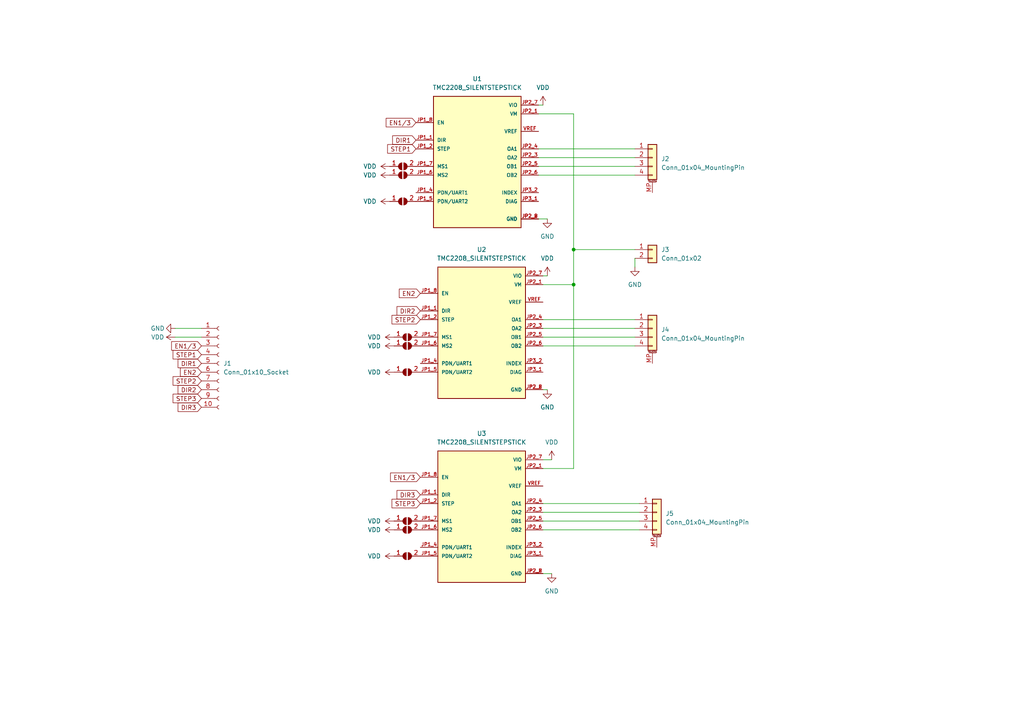
<source format=kicad_sch>
(kicad_sch (version 20230121) (generator eeschema)

  (uuid 9e99daaf-2ee6-4c8c-ac8a-541b8583b5cc)

  (paper "A4")

  (lib_symbols
    (symbol "Connector:Conn_01x10_Socket" (pin_names (offset 1.016) hide) (in_bom yes) (on_board yes)
      (property "Reference" "J" (at 0 12.7 0)
        (effects (font (size 1.27 1.27)))
      )
      (property "Value" "Conn_01x10_Socket" (at 0 -15.24 0)
        (effects (font (size 1.27 1.27)))
      )
      (property "Footprint" "" (at 0 0 0)
        (effects (font (size 1.27 1.27)) hide)
      )
      (property "Datasheet" "~" (at 0 0 0)
        (effects (font (size 1.27 1.27)) hide)
      )
      (property "ki_locked" "" (at 0 0 0)
        (effects (font (size 1.27 1.27)))
      )
      (property "ki_keywords" "connector" (at 0 0 0)
        (effects (font (size 1.27 1.27)) hide)
      )
      (property "ki_description" "Generic connector, single row, 01x10, script generated" (at 0 0 0)
        (effects (font (size 1.27 1.27)) hide)
      )
      (property "ki_fp_filters" "Connector*:*_1x??_*" (at 0 0 0)
        (effects (font (size 1.27 1.27)) hide)
      )
      (symbol "Conn_01x10_Socket_1_1"
        (arc (start 0 -12.192) (mid -0.5058 -12.7) (end 0 -13.208)
          (stroke (width 0.1524) (type default))
          (fill (type none))
        )
        (arc (start 0 -9.652) (mid -0.5058 -10.16) (end 0 -10.668)
          (stroke (width 0.1524) (type default))
          (fill (type none))
        )
        (arc (start 0 -7.112) (mid -0.5058 -7.62) (end 0 -8.128)
          (stroke (width 0.1524) (type default))
          (fill (type none))
        )
        (arc (start 0 -4.572) (mid -0.5058 -5.08) (end 0 -5.588)
          (stroke (width 0.1524) (type default))
          (fill (type none))
        )
        (arc (start 0 -2.032) (mid -0.5058 -2.54) (end 0 -3.048)
          (stroke (width 0.1524) (type default))
          (fill (type none))
        )
        (polyline
          (pts
            (xy -1.27 -12.7)
            (xy -0.508 -12.7)
          )
          (stroke (width 0.1524) (type default))
          (fill (type none))
        )
        (polyline
          (pts
            (xy -1.27 -10.16)
            (xy -0.508 -10.16)
          )
          (stroke (width 0.1524) (type default))
          (fill (type none))
        )
        (polyline
          (pts
            (xy -1.27 -7.62)
            (xy -0.508 -7.62)
          )
          (stroke (width 0.1524) (type default))
          (fill (type none))
        )
        (polyline
          (pts
            (xy -1.27 -5.08)
            (xy -0.508 -5.08)
          )
          (stroke (width 0.1524) (type default))
          (fill (type none))
        )
        (polyline
          (pts
            (xy -1.27 -2.54)
            (xy -0.508 -2.54)
          )
          (stroke (width 0.1524) (type default))
          (fill (type none))
        )
        (polyline
          (pts
            (xy -1.27 0)
            (xy -0.508 0)
          )
          (stroke (width 0.1524) (type default))
          (fill (type none))
        )
        (polyline
          (pts
            (xy -1.27 2.54)
            (xy -0.508 2.54)
          )
          (stroke (width 0.1524) (type default))
          (fill (type none))
        )
        (polyline
          (pts
            (xy -1.27 5.08)
            (xy -0.508 5.08)
          )
          (stroke (width 0.1524) (type default))
          (fill (type none))
        )
        (polyline
          (pts
            (xy -1.27 7.62)
            (xy -0.508 7.62)
          )
          (stroke (width 0.1524) (type default))
          (fill (type none))
        )
        (polyline
          (pts
            (xy -1.27 10.16)
            (xy -0.508 10.16)
          )
          (stroke (width 0.1524) (type default))
          (fill (type none))
        )
        (arc (start 0 0.508) (mid -0.5058 0) (end 0 -0.508)
          (stroke (width 0.1524) (type default))
          (fill (type none))
        )
        (arc (start 0 3.048) (mid -0.5058 2.54) (end 0 2.032)
          (stroke (width 0.1524) (type default))
          (fill (type none))
        )
        (arc (start 0 5.588) (mid -0.5058 5.08) (end 0 4.572)
          (stroke (width 0.1524) (type default))
          (fill (type none))
        )
        (arc (start 0 8.128) (mid -0.5058 7.62) (end 0 7.112)
          (stroke (width 0.1524) (type default))
          (fill (type none))
        )
        (arc (start 0 10.668) (mid -0.5058 10.16) (end 0 9.652)
          (stroke (width 0.1524) (type default))
          (fill (type none))
        )
        (pin passive line (at -5.08 10.16 0) (length 3.81)
          (name "Pin_1" (effects (font (size 1.27 1.27))))
          (number "1" (effects (font (size 1.27 1.27))))
        )
        (pin passive line (at -5.08 -12.7 0) (length 3.81)
          (name "Pin_10" (effects (font (size 1.27 1.27))))
          (number "10" (effects (font (size 1.27 1.27))))
        )
        (pin passive line (at -5.08 7.62 0) (length 3.81)
          (name "Pin_2" (effects (font (size 1.27 1.27))))
          (number "2" (effects (font (size 1.27 1.27))))
        )
        (pin passive line (at -5.08 5.08 0) (length 3.81)
          (name "Pin_3" (effects (font (size 1.27 1.27))))
          (number "3" (effects (font (size 1.27 1.27))))
        )
        (pin passive line (at -5.08 2.54 0) (length 3.81)
          (name "Pin_4" (effects (font (size 1.27 1.27))))
          (number "4" (effects (font (size 1.27 1.27))))
        )
        (pin passive line (at -5.08 0 0) (length 3.81)
          (name "Pin_5" (effects (font (size 1.27 1.27))))
          (number "5" (effects (font (size 1.27 1.27))))
        )
        (pin passive line (at -5.08 -2.54 0) (length 3.81)
          (name "Pin_6" (effects (font (size 1.27 1.27))))
          (number "6" (effects (font (size 1.27 1.27))))
        )
        (pin passive line (at -5.08 -5.08 0) (length 3.81)
          (name "Pin_7" (effects (font (size 1.27 1.27))))
          (number "7" (effects (font (size 1.27 1.27))))
        )
        (pin passive line (at -5.08 -7.62 0) (length 3.81)
          (name "Pin_8" (effects (font (size 1.27 1.27))))
          (number "8" (effects (font (size 1.27 1.27))))
        )
        (pin passive line (at -5.08 -10.16 0) (length 3.81)
          (name "Pin_9" (effects (font (size 1.27 1.27))))
          (number "9" (effects (font (size 1.27 1.27))))
        )
      )
    )
    (symbol "Connector_Generic:Conn_01x02" (pin_names (offset 1.016) hide) (in_bom yes) (on_board yes)
      (property "Reference" "J" (at 0 2.54 0)
        (effects (font (size 1.27 1.27)))
      )
      (property "Value" "Conn_01x02" (at 0 -5.08 0)
        (effects (font (size 1.27 1.27)))
      )
      (property "Footprint" "" (at 0 0 0)
        (effects (font (size 1.27 1.27)) hide)
      )
      (property "Datasheet" "~" (at 0 0 0)
        (effects (font (size 1.27 1.27)) hide)
      )
      (property "ki_keywords" "connector" (at 0 0 0)
        (effects (font (size 1.27 1.27)) hide)
      )
      (property "ki_description" "Generic connector, single row, 01x02, script generated (kicad-library-utils/schlib/autogen/connector/)" (at 0 0 0)
        (effects (font (size 1.27 1.27)) hide)
      )
      (property "ki_fp_filters" "Connector*:*_1x??_*" (at 0 0 0)
        (effects (font (size 1.27 1.27)) hide)
      )
      (symbol "Conn_01x02_1_1"
        (rectangle (start -1.27 -2.413) (end 0 -2.667)
          (stroke (width 0.1524) (type default))
          (fill (type none))
        )
        (rectangle (start -1.27 0.127) (end 0 -0.127)
          (stroke (width 0.1524) (type default))
          (fill (type none))
        )
        (rectangle (start -1.27 1.27) (end 1.27 -3.81)
          (stroke (width 0.254) (type default))
          (fill (type background))
        )
        (pin passive line (at -5.08 0 0) (length 3.81)
          (name "Pin_1" (effects (font (size 1.27 1.27))))
          (number "1" (effects (font (size 1.27 1.27))))
        )
        (pin passive line (at -5.08 -2.54 0) (length 3.81)
          (name "Pin_2" (effects (font (size 1.27 1.27))))
          (number "2" (effects (font (size 1.27 1.27))))
        )
      )
    )
    (symbol "Connector_Generic_MountingPin:Conn_01x04_MountingPin" (pin_names (offset 1.016) hide) (in_bom yes) (on_board yes)
      (property "Reference" "J" (at 0 5.08 0)
        (effects (font (size 1.27 1.27)))
      )
      (property "Value" "Conn_01x04_MountingPin" (at 1.27 -7.62 0)
        (effects (font (size 1.27 1.27)) (justify left))
      )
      (property "Footprint" "" (at 0 0 0)
        (effects (font (size 1.27 1.27)) hide)
      )
      (property "Datasheet" "~" (at 0 0 0)
        (effects (font (size 1.27 1.27)) hide)
      )
      (property "ki_keywords" "connector" (at 0 0 0)
        (effects (font (size 1.27 1.27)) hide)
      )
      (property "ki_description" "Generic connectable mounting pin connector, single row, 01x04, script generated (kicad-library-utils/schlib/autogen/connector/)" (at 0 0 0)
        (effects (font (size 1.27 1.27)) hide)
      )
      (property "ki_fp_filters" "Connector*:*_1x??-1MP*" (at 0 0 0)
        (effects (font (size 1.27 1.27)) hide)
      )
      (symbol "Conn_01x04_MountingPin_1_1"
        (rectangle (start -1.27 -4.953) (end 0 -5.207)
          (stroke (width 0.1524) (type default))
          (fill (type none))
        )
        (rectangle (start -1.27 -2.413) (end 0 -2.667)
          (stroke (width 0.1524) (type default))
          (fill (type none))
        )
        (rectangle (start -1.27 0.127) (end 0 -0.127)
          (stroke (width 0.1524) (type default))
          (fill (type none))
        )
        (rectangle (start -1.27 2.667) (end 0 2.413)
          (stroke (width 0.1524) (type default))
          (fill (type none))
        )
        (rectangle (start -1.27 3.81) (end 1.27 -6.35)
          (stroke (width 0.254) (type default))
          (fill (type background))
        )
        (polyline
          (pts
            (xy -1.016 -7.112)
            (xy 1.016 -7.112)
          )
          (stroke (width 0.1524) (type default))
          (fill (type none))
        )
        (text "Mounting" (at 0 -6.731 0)
          (effects (font (size 0.381 0.381)))
        )
        (pin passive line (at -5.08 2.54 0) (length 3.81)
          (name "Pin_1" (effects (font (size 1.27 1.27))))
          (number "1" (effects (font (size 1.27 1.27))))
        )
        (pin passive line (at -5.08 0 0) (length 3.81)
          (name "Pin_2" (effects (font (size 1.27 1.27))))
          (number "2" (effects (font (size 1.27 1.27))))
        )
        (pin passive line (at -5.08 -2.54 0) (length 3.81)
          (name "Pin_3" (effects (font (size 1.27 1.27))))
          (number "3" (effects (font (size 1.27 1.27))))
        )
        (pin passive line (at -5.08 -5.08 0) (length 3.81)
          (name "Pin_4" (effects (font (size 1.27 1.27))))
          (number "4" (effects (font (size 1.27 1.27))))
        )
        (pin passive line (at 0 -10.16 90) (length 3.048)
          (name "MountPin" (effects (font (size 1.27 1.27))))
          (number "MP" (effects (font (size 1.27 1.27))))
        )
      )
    )
    (symbol "Jumper:SolderJumper_2_Open" (pin_names (offset 0) hide) (in_bom yes) (on_board yes)
      (property "Reference" "JP" (at 0 2.032 0)
        (effects (font (size 1.27 1.27)))
      )
      (property "Value" "SolderJumper_2_Open" (at 0 -2.54 0)
        (effects (font (size 1.27 1.27)))
      )
      (property "Footprint" "" (at 0 0 0)
        (effects (font (size 1.27 1.27)) hide)
      )
      (property "Datasheet" "~" (at 0 0 0)
        (effects (font (size 1.27 1.27)) hide)
      )
      (property "ki_keywords" "solder jumper SPST" (at 0 0 0)
        (effects (font (size 1.27 1.27)) hide)
      )
      (property "ki_description" "Solder Jumper, 2-pole, open" (at 0 0 0)
        (effects (font (size 1.27 1.27)) hide)
      )
      (property "ki_fp_filters" "SolderJumper*Open*" (at 0 0 0)
        (effects (font (size 1.27 1.27)) hide)
      )
      (symbol "SolderJumper_2_Open_0_1"
        (arc (start -0.254 1.016) (mid -1.2656 0) (end -0.254 -1.016)
          (stroke (width 0) (type default))
          (fill (type none))
        )
        (arc (start -0.254 1.016) (mid -1.2656 0) (end -0.254 -1.016)
          (stroke (width 0) (type default))
          (fill (type outline))
        )
        (polyline
          (pts
            (xy -0.254 1.016)
            (xy -0.254 -1.016)
          )
          (stroke (width 0) (type default))
          (fill (type none))
        )
        (polyline
          (pts
            (xy 0.254 1.016)
            (xy 0.254 -1.016)
          )
          (stroke (width 0) (type default))
          (fill (type none))
        )
        (arc (start 0.254 -1.016) (mid 1.2656 0) (end 0.254 1.016)
          (stroke (width 0) (type default))
          (fill (type none))
        )
        (arc (start 0.254 -1.016) (mid 1.2656 0) (end 0.254 1.016)
          (stroke (width 0) (type default))
          (fill (type outline))
        )
      )
      (symbol "SolderJumper_2_Open_1_1"
        (pin passive line (at -3.81 0 0) (length 2.54)
          (name "A" (effects (font (size 1.27 1.27))))
          (number "1" (effects (font (size 1.27 1.27))))
        )
        (pin passive line (at 3.81 0 180) (length 2.54)
          (name "B" (effects (font (size 1.27 1.27))))
          (number "2" (effects (font (size 1.27 1.27))))
        )
      )
    )
    (symbol "TMC2208_SILENTSTEPSTICK:TMC2208_SILENTSTEPSTICK" (pin_names (offset 1.016)) (in_bom yes) (on_board yes)
      (property "Reference" "U" (at -12.7 19.05 0)
        (effects (font (size 1.27 1.27)) (justify left bottom))
      )
      (property "Value" "TMC2208_SILENTSTEPSTICK" (at -12.7 -22.86 0)
        (effects (font (size 1.27 1.27)) (justify left bottom))
      )
      (property "Footprint" "TMC2208_SILENTSTEPSTICK:MODULE_TMC2208_SILENTSTEPSTICK" (at 0 0 0)
        (effects (font (size 1.27 1.27)) (justify bottom) hide)
      )
      (property "Datasheet" "" (at 0 0 0)
        (effects (font (size 1.27 1.27)) hide)
      )
      (property "MF" "Trinamic Motion" (at 0 0 0)
        (effects (font (size 1.27 1.27)) (justify bottom) hide)
      )
      (property "Description" "\nTMC2208 Motor Controller/Driver, Stepper Power Management Evaluation Board\n" (at 0 0 0)
        (effects (font (size 1.27 1.27)) (justify bottom) hide)
      )
      (property "Package" "None" (at 0 0 0)
        (effects (font (size 1.27 1.27)) (justify bottom) hide)
      )
      (property "Price" "None" (at 0 0 0)
        (effects (font (size 1.27 1.27)) (justify bottom) hide)
      )
      (property "Check_prices" "https://www.snapeda.com/parts/TMC2208%20SILENTSTEPSTICK/Trinamic+Motion+Control+GmbH/view-part/?ref=eda" (at 0 0 0)
        (effects (font (size 1.27 1.27)) (justify bottom) hide)
      )
      (property "SnapEDA_Link" "https://www.snapeda.com/parts/TMC2208%20SILENTSTEPSTICK/Trinamic+Motion+Control+GmbH/view-part/?ref=snap" (at 0 0 0)
        (effects (font (size 1.27 1.27)) (justify bottom) hide)
      )
      (property "MP" "TMC2208 SILENTSTEPSTICK" (at 0 0 0)
        (effects (font (size 1.27 1.27)) (justify bottom) hide)
      )
      (property "Purchase-URL" "https://www.snapeda.com/api/url_track_click_mouser/?unipart_id=2125784&manufacturer=Trinamic Motion&part_name=TMC2208 SILENTSTEPSTICK&search_term=None" (at 0 0 0)
        (effects (font (size 1.27 1.27)) (justify bottom) hide)
      )
      (property "Availability" "In Stock" (at 0 0 0)
        (effects (font (size 1.27 1.27)) (justify bottom) hide)
      )
      (property "MANUFACTURER" "Trinamic Motion" (at 0 0 0)
        (effects (font (size 1.27 1.27)) (justify bottom) hide)
      )
      (symbol "TMC2208_SILENTSTEPSTICK_0_0"
        (rectangle (start -12.7 -20.32) (end 12.7 17.78)
          (stroke (width 0.254) (type default))
          (fill (type background))
        )
        (pin input line (at -17.78 5.08 0) (length 5.08)
          (name "DIR" (effects (font (size 1.016 1.016))))
          (number "JP1_1" (effects (font (size 1.016 1.016))))
        )
        (pin input line (at -17.78 2.54 0) (length 5.08)
          (name "STEP" (effects (font (size 1.016 1.016))))
          (number "JP1_2" (effects (font (size 1.016 1.016))))
        )
        (pin bidirectional line (at -17.78 -10.16 0) (length 5.08)
          (name "PDN/UART1" (effects (font (size 1.016 1.016))))
          (number "JP1_4" (effects (font (size 1.016 1.016))))
        )
        (pin bidirectional line (at -17.78 -12.7 0) (length 5.08)
          (name "PDN/UART2" (effects (font (size 1.016 1.016))))
          (number "JP1_5" (effects (font (size 1.016 1.016))))
        )
        (pin input line (at -17.78 -5.08 0) (length 5.08)
          (name "MS2" (effects (font (size 1.016 1.016))))
          (number "JP1_6" (effects (font (size 1.016 1.016))))
        )
        (pin input line (at -17.78 -2.54 0) (length 5.08)
          (name "MS1" (effects (font (size 1.016 1.016))))
          (number "JP1_7" (effects (font (size 1.016 1.016))))
        )
        (pin input line (at -17.78 10.16 0) (length 5.08)
          (name "EN" (effects (font (size 1.016 1.016))))
          (number "JP1_8" (effects (font (size 1.016 1.016))))
        )
        (pin power_in line (at 17.78 12.7 180) (length 5.08)
          (name "VM" (effects (font (size 1.016 1.016))))
          (number "JP2_1" (effects (font (size 1.016 1.016))))
        )
        (pin power_in line (at 17.78 -17.78 180) (length 5.08)
          (name "GND" (effects (font (size 1.016 1.016))))
          (number "JP2_2" (effects (font (size 1.016 1.016))))
        )
        (pin passive line (at 17.78 0 180) (length 5.08)
          (name "OA2" (effects (font (size 1.016 1.016))))
          (number "JP2_3" (effects (font (size 1.016 1.016))))
        )
        (pin passive line (at 17.78 2.54 180) (length 5.08)
          (name "OA1" (effects (font (size 1.016 1.016))))
          (number "JP2_4" (effects (font (size 1.016 1.016))))
        )
        (pin passive line (at 17.78 -2.54 180) (length 5.08)
          (name "OB1" (effects (font (size 1.016 1.016))))
          (number "JP2_5" (effects (font (size 1.016 1.016))))
        )
        (pin passive line (at 17.78 -5.08 180) (length 5.08)
          (name "OB2" (effects (font (size 1.016 1.016))))
          (number "JP2_6" (effects (font (size 1.016 1.016))))
        )
        (pin power_in line (at 17.78 15.24 180) (length 5.08)
          (name "VIO" (effects (font (size 1.016 1.016))))
          (number "JP2_7" (effects (font (size 1.016 1.016))))
        )
        (pin power_in line (at 17.78 -17.78 180) (length 5.08)
          (name "GND" (effects (font (size 1.016 1.016))))
          (number "JP2_8" (effects (font (size 1.016 1.016))))
        )
        (pin output line (at 17.78 -12.7 180) (length 5.08)
          (name "DIAG" (effects (font (size 1.016 1.016))))
          (number "JP3_1" (effects (font (size 1.016 1.016))))
        )
        (pin output line (at 17.78 -10.16 180) (length 5.08)
          (name "INDEX" (effects (font (size 1.016 1.016))))
          (number "JP3_2" (effects (font (size 1.016 1.016))))
        )
        (pin passive line (at 17.78 7.62 180) (length 5.08)
          (name "VREF" (effects (font (size 1.016 1.016))))
          (number "VREF" (effects (font (size 1.016 1.016))))
        )
      )
    )
    (symbol "power:GND" (power) (pin_names (offset 0)) (in_bom yes) (on_board yes)
      (property "Reference" "#PWR" (at 0 -6.35 0)
        (effects (font (size 1.27 1.27)) hide)
      )
      (property "Value" "GND" (at 0 -3.81 0)
        (effects (font (size 1.27 1.27)))
      )
      (property "Footprint" "" (at 0 0 0)
        (effects (font (size 1.27 1.27)) hide)
      )
      (property "Datasheet" "" (at 0 0 0)
        (effects (font (size 1.27 1.27)) hide)
      )
      (property "ki_keywords" "global power" (at 0 0 0)
        (effects (font (size 1.27 1.27)) hide)
      )
      (property "ki_description" "Power symbol creates a global label with name \"GND\" , ground" (at 0 0 0)
        (effects (font (size 1.27 1.27)) hide)
      )
      (symbol "GND_0_1"
        (polyline
          (pts
            (xy 0 0)
            (xy 0 -1.27)
            (xy 1.27 -1.27)
            (xy 0 -2.54)
            (xy -1.27 -1.27)
            (xy 0 -1.27)
          )
          (stroke (width 0) (type default))
          (fill (type none))
        )
      )
      (symbol "GND_1_1"
        (pin power_in line (at 0 0 270) (length 0) hide
          (name "GND" (effects (font (size 1.27 1.27))))
          (number "1" (effects (font (size 1.27 1.27))))
        )
      )
    )
    (symbol "power:VDD" (power) (pin_names (offset 0)) (in_bom yes) (on_board yes)
      (property "Reference" "#PWR" (at 0 -3.81 0)
        (effects (font (size 1.27 1.27)) hide)
      )
      (property "Value" "VDD" (at 0 3.81 0)
        (effects (font (size 1.27 1.27)))
      )
      (property "Footprint" "" (at 0 0 0)
        (effects (font (size 1.27 1.27)) hide)
      )
      (property "Datasheet" "" (at 0 0 0)
        (effects (font (size 1.27 1.27)) hide)
      )
      (property "ki_keywords" "global power" (at 0 0 0)
        (effects (font (size 1.27 1.27)) hide)
      )
      (property "ki_description" "Power symbol creates a global label with name \"VDD\"" (at 0 0 0)
        (effects (font (size 1.27 1.27)) hide)
      )
      (symbol "VDD_0_1"
        (polyline
          (pts
            (xy -0.762 1.27)
            (xy 0 2.54)
          )
          (stroke (width 0) (type default))
          (fill (type none))
        )
        (polyline
          (pts
            (xy 0 0)
            (xy 0 2.54)
          )
          (stroke (width 0) (type default))
          (fill (type none))
        )
        (polyline
          (pts
            (xy 0 2.54)
            (xy 0.762 1.27)
          )
          (stroke (width 0) (type default))
          (fill (type none))
        )
      )
      (symbol "VDD_1_1"
        (pin power_in line (at 0 0 90) (length 0) hide
          (name "VDD" (effects (font (size 1.27 1.27))))
          (number "1" (effects (font (size 1.27 1.27))))
        )
      )
    )
  )

  (junction (at 166.37 72.39) (diameter 0) (color 0 0 0 0)
    (uuid 2dc4ea6a-908d-4c92-a9b4-8f1dfb4072f2)
  )
  (junction (at 166.37 82.55) (diameter 0) (color 0 0 0 0)
    (uuid 8abc6f61-8eb7-4d03-8fd9-c2972e5a08be)
  )

  (wire (pts (xy 50.8 97.79) (xy 58.42 97.79))
    (stroke (width 0) (type default))
    (uuid 011ec6ec-e107-4326-b483-ed6bbe72030f)
  )
  (wire (pts (xy 184.15 74.93) (xy 184.15 77.47))
    (stroke (width 0) (type default))
    (uuid 02c28d7b-2110-438d-a038-4039d9a4de6c)
  )
  (wire (pts (xy 156.21 33.02) (xy 166.37 33.02))
    (stroke (width 0) (type default))
    (uuid 03b0e25f-fad8-4889-8935-0a7de8373884)
  )
  (wire (pts (xy 157.48 92.71) (xy 184.15 92.71))
    (stroke (width 0) (type default))
    (uuid 14a78d56-03a9-425b-8425-949739cce8f9)
  )
  (wire (pts (xy 184.15 100.33) (xy 157.48 100.33))
    (stroke (width 0) (type default))
    (uuid 3309e23d-d4b7-477c-9626-501b7741186f)
  )
  (wire (pts (xy 157.48 148.59) (xy 185.42 148.59))
    (stroke (width 0) (type default))
    (uuid 35dbbcbb-f737-4eea-bad9-d4e72e077978)
  )
  (wire (pts (xy 157.48 95.25) (xy 184.15 95.25))
    (stroke (width 0) (type default))
    (uuid 380f5499-3588-4c59-9eb6-ac2c8443b9b0)
  )
  (wire (pts (xy 157.48 133.35) (xy 160.02 133.35))
    (stroke (width 0) (type default))
    (uuid 5aaf2daa-be44-4ca5-9b52-dc6eb50a857f)
  )
  (wire (pts (xy 166.37 82.55) (xy 157.48 82.55))
    (stroke (width 0) (type default))
    (uuid 618ad10d-e4e1-4df6-802c-faabc588afda)
  )
  (wire (pts (xy 157.48 151.13) (xy 185.42 151.13))
    (stroke (width 0) (type default))
    (uuid 6723fed1-a7f8-47b9-82d2-d5ebafd4f458)
  )
  (wire (pts (xy 166.37 33.02) (xy 166.37 72.39))
    (stroke (width 0) (type default))
    (uuid 8089a056-3f26-4835-a4d8-df1a933f4587)
  )
  (wire (pts (xy 50.8 95.25) (xy 58.42 95.25))
    (stroke (width 0) (type default))
    (uuid 8184096b-1ab9-4087-b7a8-9059752fdfb9)
  )
  (wire (pts (xy 156.21 43.18) (xy 184.15 43.18))
    (stroke (width 0) (type default))
    (uuid 8b08411f-a171-413b-b05a-9fb5dad8eb9c)
  )
  (wire (pts (xy 156.21 30.48) (xy 157.48 30.48))
    (stroke (width 0) (type default))
    (uuid 95bc0a47-351f-416b-b6b1-43f779c0f3c1)
  )
  (wire (pts (xy 184.15 72.39) (xy 166.37 72.39))
    (stroke (width 0) (type default))
    (uuid 9bd7f5ec-3a86-47dd-a3db-5903557c094c)
  )
  (wire (pts (xy 157.48 153.67) (xy 185.42 153.67))
    (stroke (width 0) (type default))
    (uuid a1f3a4cc-6e9b-4120-8879-3132254a72c5)
  )
  (wire (pts (xy 166.37 72.39) (xy 166.37 82.55))
    (stroke (width 0) (type default))
    (uuid a98fdf1b-f2ab-4c92-b15b-04d9eebe1f8e)
  )
  (wire (pts (xy 157.48 135.89) (xy 166.37 135.89))
    (stroke (width 0) (type default))
    (uuid b36d780d-8385-44fc-8b5c-c0aa393aea9d)
  )
  (wire (pts (xy 156.21 63.5) (xy 158.75 63.5))
    (stroke (width 0) (type default))
    (uuid b5088213-6fc8-475d-95d6-648acd186100)
  )
  (wire (pts (xy 166.37 135.89) (xy 166.37 82.55))
    (stroke (width 0) (type default))
    (uuid b91dc292-33dc-4ea3-9e23-16d1d56a4328)
  )
  (wire (pts (xy 157.48 166.37) (xy 160.02 166.37))
    (stroke (width 0) (type default))
    (uuid b94e9eef-54e6-4816-81c9-ad10768750db)
  )
  (wire (pts (xy 157.48 113.03) (xy 158.75 113.03))
    (stroke (width 0) (type default))
    (uuid bb8b78ee-3199-42ea-9b8d-990e3c4fa30f)
  )
  (wire (pts (xy 157.48 97.79) (xy 184.15 97.79))
    (stroke (width 0) (type default))
    (uuid cb918210-49e9-4d93-928f-ff547425dbdc)
  )
  (wire (pts (xy 156.21 45.72) (xy 184.15 45.72))
    (stroke (width 0) (type default))
    (uuid ccbcfe15-e1b7-465b-8021-aaba4a63084d)
  )
  (wire (pts (xy 157.48 80.01) (xy 158.75 80.01))
    (stroke (width 0) (type default))
    (uuid d177f547-bc7c-4389-b0a7-d440cd059260)
  )
  (wire (pts (xy 156.21 48.26) (xy 184.15 48.26))
    (stroke (width 0) (type default))
    (uuid dd50f263-6b1f-4811-9351-a65a13fe8848)
  )
  (wire (pts (xy 157.48 146.05) (xy 185.42 146.05))
    (stroke (width 0) (type default))
    (uuid fb3103e4-27d8-4585-85c6-9b71f6bfb721)
  )
  (wire (pts (xy 156.21 50.8) (xy 184.15 50.8))
    (stroke (width 0) (type default))
    (uuid fb5e3151-09d0-4224-ab9f-fac95fc16398)
  )

  (global_label "DIR3" (shape input) (at 58.42 118.11 180) (fields_autoplaced)
    (effects (font (size 1.27 1.27)) (justify right))
    (uuid 0142d03f-5016-44cd-83c7-18a00db1b440)
    (property "Intersheetrefs" "${INTERSHEET_REFS}" (at 51.0805 118.11 0)
      (effects (font (size 1.27 1.27)) (justify right) hide)
    )
  )
  (global_label "STEP2" (shape input) (at 121.92 92.71 180) (fields_autoplaced)
    (effects (font (size 1.27 1.27)) (justify right))
    (uuid 084ad845-65f4-4802-b57c-72ebb60e81fc)
    (property "Intersheetrefs" "${INTERSHEET_REFS}" (at 113.1292 92.71 0)
      (effects (font (size 1.27 1.27)) (justify right) hide)
    )
  )
  (global_label "EN2" (shape input) (at 58.42 107.95 180) (fields_autoplaced)
    (effects (font (size 1.27 1.27)) (justify right))
    (uuid 0f241ca1-297c-4a59-b58e-b5014e145576)
    (property "Intersheetrefs" "${INTERSHEET_REFS}" (at 51.7458 107.95 0)
      (effects (font (size 1.27 1.27)) (justify right) hide)
    )
  )
  (global_label "EN1{slash}3" (shape input) (at 120.65 35.56 180) (fields_autoplaced)
    (effects (font (size 1.27 1.27)) (justify right))
    (uuid 2829bb0d-4974-4bdd-aa8c-d787bbd64815)
    (property "Intersheetrefs" "${INTERSHEET_REFS}" (at 111.4358 35.56 0)
      (effects (font (size 1.27 1.27)) (justify right) hide)
    )
  )
  (global_label "STEP3" (shape input) (at 58.42 115.57 180) (fields_autoplaced)
    (effects (font (size 1.27 1.27)) (justify right))
    (uuid 2b82800c-a3e0-4457-9759-6b453c56b2c8)
    (property "Intersheetrefs" "${INTERSHEET_REFS}" (at 49.6292 115.57 0)
      (effects (font (size 1.27 1.27)) (justify right) hide)
    )
  )
  (global_label "STEP1" (shape input) (at 58.42 102.87 180) (fields_autoplaced)
    (effects (font (size 1.27 1.27)) (justify right))
    (uuid 2c5f1a57-e6ad-48ee-9d32-34890134c26d)
    (property "Intersheetrefs" "${INTERSHEET_REFS}" (at 49.6292 102.87 0)
      (effects (font (size 1.27 1.27)) (justify right) hide)
    )
  )
  (global_label "EN2" (shape input) (at 121.92 85.09 180) (fields_autoplaced)
    (effects (font (size 1.27 1.27)) (justify right))
    (uuid 460624dc-667f-4f36-9af9-9655aa2e26b3)
    (property "Intersheetrefs" "${INTERSHEET_REFS}" (at 115.2458 85.09 0)
      (effects (font (size 1.27 1.27)) (justify right) hide)
    )
  )
  (global_label "DIR1" (shape input) (at 120.65 40.64 180) (fields_autoplaced)
    (effects (font (size 1.27 1.27)) (justify right))
    (uuid 4635e923-fad1-4257-8f0d-800bd5346573)
    (property "Intersheetrefs" "${INTERSHEET_REFS}" (at 113.3105 40.64 0)
      (effects (font (size 1.27 1.27)) (justify right) hide)
    )
  )
  (global_label "STEP2" (shape input) (at 58.42 110.49 180) (fields_autoplaced)
    (effects (font (size 1.27 1.27)) (justify right))
    (uuid 5a9b371d-8b13-48b8-9ca9-51442769107b)
    (property "Intersheetrefs" "${INTERSHEET_REFS}" (at 49.6292 110.49 0)
      (effects (font (size 1.27 1.27)) (justify right) hide)
    )
  )
  (global_label "DIR3" (shape input) (at 121.92 143.51 180) (fields_autoplaced)
    (effects (font (size 1.27 1.27)) (justify right))
    (uuid 647aa06e-3169-4f7e-a4ae-b306996ace48)
    (property "Intersheetrefs" "${INTERSHEET_REFS}" (at 114.5805 143.51 0)
      (effects (font (size 1.27 1.27)) (justify right) hide)
    )
  )
  (global_label "DIR2" (shape input) (at 58.42 113.03 180) (fields_autoplaced)
    (effects (font (size 1.27 1.27)) (justify right))
    (uuid 6c060a61-aecd-454a-bec8-f90b5527c8e0)
    (property "Intersheetrefs" "${INTERSHEET_REFS}" (at 51.0805 113.03 0)
      (effects (font (size 1.27 1.27)) (justify right) hide)
    )
  )
  (global_label "EN1{slash}3" (shape input) (at 58.42 100.33 180) (fields_autoplaced)
    (effects (font (size 1.27 1.27)) (justify right))
    (uuid 7e0f781e-cbb0-4372-984b-7147df6a14c4)
    (property "Intersheetrefs" "${INTERSHEET_REFS}" (at 49.2058 100.33 0)
      (effects (font (size 1.27 1.27)) (justify right) hide)
    )
  )
  (global_label "STEP1" (shape input) (at 120.65 43.18 180) (fields_autoplaced)
    (effects (font (size 1.27 1.27)) (justify right))
    (uuid aa84f702-72ba-4e53-b73b-0beafcfa7fb3)
    (property "Intersheetrefs" "${INTERSHEET_REFS}" (at 111.8592 43.18 0)
      (effects (font (size 1.27 1.27)) (justify right) hide)
    )
  )
  (global_label "EN1{slash}3" (shape input) (at 121.92 138.43 180) (fields_autoplaced)
    (effects (font (size 1.27 1.27)) (justify right))
    (uuid b89de4ff-069e-4978-b0d8-61443985454b)
    (property "Intersheetrefs" "${INTERSHEET_REFS}" (at 112.7058 138.43 0)
      (effects (font (size 1.27 1.27)) (justify right) hide)
    )
  )
  (global_label "STEP3" (shape input) (at 121.92 146.05 180) (fields_autoplaced)
    (effects (font (size 1.27 1.27)) (justify right))
    (uuid bd1b9d2d-40bb-4599-bdf1-e22f437da62f)
    (property "Intersheetrefs" "${INTERSHEET_REFS}" (at 113.1292 146.05 0)
      (effects (font (size 1.27 1.27)) (justify right) hide)
    )
  )
  (global_label "DIR1" (shape input) (at 58.42 105.41 180) (fields_autoplaced)
    (effects (font (size 1.27 1.27)) (justify right))
    (uuid d49c3638-3e75-4501-bda1-ef2a490d30db)
    (property "Intersheetrefs" "${INTERSHEET_REFS}" (at 51.0805 105.41 0)
      (effects (font (size 1.27 1.27)) (justify right) hide)
    )
  )
  (global_label "DIR2" (shape input) (at 121.92 90.17 180) (fields_autoplaced)
    (effects (font (size 1.27 1.27)) (justify right))
    (uuid fa48dc67-df5b-43dc-9637-6318e7700706)
    (property "Intersheetrefs" "${INTERSHEET_REFS}" (at 114.5805 90.17 0)
      (effects (font (size 1.27 1.27)) (justify right) hide)
    )
  )

  (symbol (lib_id "Jumper:SolderJumper_2_Open") (at 116.84 58.42 0) (unit 1)
    (in_bom yes) (on_board yes) (dnp no)
    (uuid 04b40aa8-67ed-4d35-9fa5-48c85b34b38a)
    (property "Reference" "MS9" (at 116.84 60.96 0)
      (effects (font (size 1.27 1.27)) hide)
    )
    (property "Value" "SolderJumper_2_Open" (at 116.84 54.61 0)
      (effects (font (size 1.27 1.27)) hide)
    )
    (property "Footprint" "Jumper:SolderJumper-2_P1.3mm_Open_Pad1.0x1.5mm" (at 116.84 58.42 0)
      (effects (font (size 1.27 1.27)) hide)
    )
    (property "Datasheet" "~" (at 116.84 58.42 0)
      (effects (font (size 1.27 1.27)) hide)
    )
    (pin "1" (uuid 3f1fe59e-85b4-442b-8295-0fc80f207576))
    (pin "2" (uuid 2ffa8585-58a2-4006-8cfb-952f1568e90c))
    (instances
      (project "PCB_V2"
        (path "/89750a2e-d60a-49c9-9878-df499d5500bf"
          (reference "MS9") (unit 1)
        )
        (path "/89750a2e-d60a-49c9-9878-df499d5500bf/fc62b659-9675-426d-9d97-1604f2b90a81"
          (reference "MS3") (unit 1)
        )
      )
    )
  )

  (symbol (lib_id "Jumper:SolderJumper_2_Open") (at 118.11 100.33 0) (unit 1)
    (in_bom yes) (on_board yes) (dnp no) (fields_autoplaced)
    (uuid 18a22820-d9fa-497a-8095-5b4113405bed)
    (property "Reference" "MS4" (at 118.11 93.98 0)
      (effects (font (size 1.27 1.27)) hide)
    )
    (property "Value" "SolderJumper_2_Open" (at 118.11 96.52 0)
      (effects (font (size 1.27 1.27)) hide)
    )
    (property "Footprint" "Jumper:SolderJumper-2_P1.3mm_Open_Pad1.0x1.5mm" (at 118.11 100.33 0)
      (effects (font (size 1.27 1.27)) hide)
    )
    (property "Datasheet" "~" (at 118.11 100.33 0)
      (effects (font (size 1.27 1.27)) hide)
    )
    (pin "1" (uuid b7f92dda-cee7-4633-86ee-659ad3e061c2))
    (pin "2" (uuid fe6763aa-7cfb-4bde-8077-b56aca39821e))
    (instances
      (project "PCB_V2"
        (path "/89750a2e-d60a-49c9-9878-df499d5500bf"
          (reference "MS4") (unit 1)
        )
        (path "/89750a2e-d60a-49c9-9878-df499d5500bf/fc62b659-9675-426d-9d97-1604f2b90a81"
          (reference "MS5") (unit 1)
        )
      )
    )
  )

  (symbol (lib_id "Jumper:SolderJumper_2_Open") (at 118.11 151.13 0) (unit 1)
    (in_bom yes) (on_board yes) (dnp no) (fields_autoplaced)
    (uuid 1bc3648c-4f8d-4e78-9d4d-5c334c01b446)
    (property "Reference" "MS5" (at 118.11 144.78 0)
      (effects (font (size 1.27 1.27)) hide)
    )
    (property "Value" "SolderJumper_2_Open" (at 118.11 147.32 0)
      (effects (font (size 1.27 1.27)) hide)
    )
    (property "Footprint" "Jumper:SolderJumper-2_P1.3mm_Open_Pad1.0x1.5mm" (at 118.11 151.13 0)
      (effects (font (size 1.27 1.27)) hide)
    )
    (property "Datasheet" "~" (at 118.11 151.13 0)
      (effects (font (size 1.27 1.27)) hide)
    )
    (pin "1" (uuid 7476fb03-76f4-46be-9afb-e634eae38a0d))
    (pin "2" (uuid 97514a0c-9b71-4acd-a0f8-0f80f7c8f078))
    (instances
      (project "PCB_V2"
        (path "/89750a2e-d60a-49c9-9878-df499d5500bf"
          (reference "MS5") (unit 1)
        )
        (path "/89750a2e-d60a-49c9-9878-df499d5500bf/fc62b659-9675-426d-9d97-1604f2b90a81"
          (reference "MS7") (unit 1)
        )
      )
    )
  )

  (symbol (lib_id "power:VDD") (at 114.3 151.13 90) (unit 1)
    (in_bom yes) (on_board yes) (dnp no) (fields_autoplaced)
    (uuid 2e779c38-6de1-411a-a204-677fcfdbbf18)
    (property "Reference" "#PWR09" (at 118.11 151.13 0)
      (effects (font (size 1.27 1.27)) hide)
    )
    (property "Value" "VDD" (at 110.49 151.13 90)
      (effects (font (size 1.27 1.27)) (justify left))
    )
    (property "Footprint" "" (at 114.3 151.13 0)
      (effects (font (size 1.27 1.27)) hide)
    )
    (property "Datasheet" "" (at 114.3 151.13 0)
      (effects (font (size 1.27 1.27)) hide)
    )
    (pin "1" (uuid b2ce26a0-52ca-4a66-8e0e-047fadf10d0c))
    (instances
      (project "PCB_V2"
        (path "/89750a2e-d60a-49c9-9878-df499d5500bf"
          (reference "#PWR09") (unit 1)
        )
        (path "/89750a2e-d60a-49c9-9878-df499d5500bf/fc62b659-9675-426d-9d97-1604f2b90a81"
          (reference "#PWR011") (unit 1)
        )
      )
    )
  )

  (symbol (lib_id "power:VDD") (at 158.75 80.01 0) (unit 1)
    (in_bom yes) (on_board yes) (dnp no) (fields_autoplaced)
    (uuid 37e813be-31b1-4429-9345-0f0fb87312f9)
    (property "Reference" "#PWR013" (at 158.75 83.82 0)
      (effects (font (size 1.27 1.27)) hide)
    )
    (property "Value" "VDD" (at 158.75 74.93 0)
      (effects (font (size 1.27 1.27)))
    )
    (property "Footprint" "" (at 158.75 80.01 0)
      (effects (font (size 1.27 1.27)) hide)
    )
    (property "Datasheet" "" (at 158.75 80.01 0)
      (effects (font (size 1.27 1.27)) hide)
    )
    (pin "1" (uuid 0439f1aa-760d-4583-b2c7-10efea5d9450))
    (instances
      (project "PCB_V2"
        (path "/89750a2e-d60a-49c9-9878-df499d5500bf"
          (reference "#PWR013") (unit 1)
        )
        (path "/89750a2e-d60a-49c9-9878-df499d5500bf/fc62b659-9675-426d-9d97-1604f2b90a81"
          (reference "#PWR016") (unit 1)
        )
      )
    )
  )

  (symbol (lib_id "power:VDD") (at 114.3 161.29 90) (unit 1)
    (in_bom yes) (on_board yes) (dnp no) (fields_autoplaced)
    (uuid 3993cd82-b8ec-41c0-a74f-c7148d182c5a)
    (property "Reference" "#PWR018" (at 118.11 161.29 0)
      (effects (font (size 1.27 1.27)) hide)
    )
    (property "Value" "VDD" (at 110.49 161.29 90)
      (effects (font (size 1.27 1.27)) (justify left))
    )
    (property "Footprint" "" (at 114.3 161.29 0)
      (effects (font (size 1.27 1.27)) hide)
    )
    (property "Datasheet" "" (at 114.3 161.29 0)
      (effects (font (size 1.27 1.27)) hide)
    )
    (pin "1" (uuid e143db6e-31d4-4ebf-bcb4-b01fda2ffff3))
    (instances
      (project "PCB_V2"
        (path "/89750a2e-d60a-49c9-9878-df499d5500bf"
          (reference "#PWR018") (unit 1)
        )
        (path "/89750a2e-d60a-49c9-9878-df499d5500bf/fc62b659-9675-426d-9d97-1604f2b90a81"
          (reference "#PWR013") (unit 1)
        )
      )
    )
  )

  (symbol (lib_id "Connector_Generic_MountingPin:Conn_01x04_MountingPin") (at 189.23 45.72 0) (unit 1)
    (in_bom yes) (on_board yes) (dnp no) (fields_autoplaced)
    (uuid 42945b9c-fd9d-4eea-9b28-6b068a397e35)
    (property "Reference" "J2" (at 191.77 46.0756 0)
      (effects (font (size 1.27 1.27)) (justify left))
    )
    (property "Value" "Conn_01x04_MountingPin" (at 191.77 48.6156 0)
      (effects (font (size 1.27 1.27)) (justify left))
    )
    (property "Footprint" "Connector_PinHeader_2.54mm:PinHeader_1x04_P2.54mm_Vertical" (at 189.23 45.72 0)
      (effects (font (size 1.27 1.27)) hide)
    )
    (property "Datasheet" "~" (at 189.23 45.72 0)
      (effects (font (size 1.27 1.27)) hide)
    )
    (pin "1" (uuid dfe3159c-3278-4273-a858-facc77c783a0))
    (pin "2" (uuid ab916d75-9091-4a94-8299-039612a8cb00))
    (pin "3" (uuid 69063a02-3bfc-48f7-9c4d-383a4035b842))
    (pin "4" (uuid dd8eb9c2-aacc-47dc-8aee-1b1e09829345))
    (pin "MP" (uuid 489a5407-48c8-47b1-9103-f54878dd0df7))
    (instances
      (project "PCB_V2"
        (path "/89750a2e-d60a-49c9-9878-df499d5500bf"
          (reference "J2") (unit 1)
        )
        (path "/89750a2e-d60a-49c9-9878-df499d5500bf/fc62b659-9675-426d-9d97-1604f2b90a81"
          (reference "J2") (unit 1)
        )
      )
    )
  )

  (symbol (lib_id "power:VDD") (at 113.03 58.42 90) (unit 1)
    (in_bom yes) (on_board yes) (dnp no) (fields_autoplaced)
    (uuid 443bb2f1-ba2e-41fd-a4f7-433d8fd92086)
    (property "Reference" "#PWR020" (at 116.84 58.42 0)
      (effects (font (size 1.27 1.27)) hide)
    )
    (property "Value" "VDD" (at 109.22 58.42 90)
      (effects (font (size 1.27 1.27)) (justify left))
    )
    (property "Footprint" "" (at 113.03 58.42 0)
      (effects (font (size 1.27 1.27)) hide)
    )
    (property "Datasheet" "" (at 113.03 58.42 0)
      (effects (font (size 1.27 1.27)) hide)
    )
    (pin "1" (uuid 2dc218b1-399a-4769-8350-6fcfaae44e84))
    (instances
      (project "PCB_V2"
        (path "/89750a2e-d60a-49c9-9878-df499d5500bf"
          (reference "#PWR020") (unit 1)
        )
        (path "/89750a2e-d60a-49c9-9878-df499d5500bf/fc62b659-9675-426d-9d97-1604f2b90a81"
          (reference "#PWR07") (unit 1)
        )
      )
    )
  )

  (symbol (lib_id "power:VDD") (at 114.3 107.95 90) (unit 1)
    (in_bom yes) (on_board yes) (dnp no) (fields_autoplaced)
    (uuid 47b7ec29-6a83-4712-97ee-e9755bef5940)
    (property "Reference" "#PWR019" (at 118.11 107.95 0)
      (effects (font (size 1.27 1.27)) hide)
    )
    (property "Value" "VDD" (at 110.49 107.95 90)
      (effects (font (size 1.27 1.27)) (justify left))
    )
    (property "Footprint" "" (at 114.3 107.95 0)
      (effects (font (size 1.27 1.27)) hide)
    )
    (property "Datasheet" "" (at 114.3 107.95 0)
      (effects (font (size 1.27 1.27)) hide)
    )
    (pin "1" (uuid e5218506-14c7-4f26-bd0f-3b5c8327105e))
    (instances
      (project "PCB_V2"
        (path "/89750a2e-d60a-49c9-9878-df499d5500bf"
          (reference "#PWR019") (unit 1)
        )
        (path "/89750a2e-d60a-49c9-9878-df499d5500bf/fc62b659-9675-426d-9d97-1604f2b90a81"
          (reference "#PWR010") (unit 1)
        )
      )
    )
  )

  (symbol (lib_id "Connector_Generic:Conn_01x02") (at 189.23 72.39 0) (unit 1)
    (in_bom yes) (on_board yes) (dnp no) (fields_autoplaced)
    (uuid 55c02e7e-3ff4-42c2-9a6e-a7af1e72358c)
    (property "Reference" "J3" (at 191.77 72.39 0)
      (effects (font (size 1.27 1.27)) (justify left))
    )
    (property "Value" "Conn_01x02" (at 191.77 74.93 0)
      (effects (font (size 1.27 1.27)) (justify left))
    )
    (property "Footprint" "TerminalBlock_Phoenix:TerminalBlock_Phoenix_MKDS-1,5-2-5.08_1x02_P5.08mm_Horizontal" (at 189.23 72.39 0)
      (effects (font (size 1.27 1.27)) hide)
    )
    (property "Datasheet" "~" (at 189.23 72.39 0)
      (effects (font (size 1.27 1.27)) hide)
    )
    (pin "1" (uuid be5943cf-eae2-4929-ac54-70a3e399e82f))
    (pin "2" (uuid d310fdb6-e208-41a5-9ad9-45a5e2471b8e))
    (instances
      (project "PCB_V2"
        (path "/89750a2e-d60a-49c9-9878-df499d5500bf"
          (reference "J3") (unit 1)
        )
        (path "/89750a2e-d60a-49c9-9878-df499d5500bf/fc62b659-9675-426d-9d97-1604f2b90a81"
          (reference "J3") (unit 1)
        )
      )
    )
  )

  (symbol (lib_id "power:VDD") (at 114.3 97.79 90) (unit 1)
    (in_bom yes) (on_board yes) (dnp no) (fields_autoplaced)
    (uuid 5852a042-3b93-4df0-b698-3f527daf8817)
    (property "Reference" "#PWR07" (at 118.11 97.79 0)
      (effects (font (size 1.27 1.27)) hide)
    )
    (property "Value" "VDD" (at 110.49 97.79 90)
      (effects (font (size 1.27 1.27)) (justify left))
    )
    (property "Footprint" "" (at 114.3 97.79 0)
      (effects (font (size 1.27 1.27)) hide)
    )
    (property "Datasheet" "" (at 114.3 97.79 0)
      (effects (font (size 1.27 1.27)) hide)
    )
    (pin "1" (uuid be437181-53ed-4b2c-985c-64918c77545a))
    (instances
      (project "PCB_V2"
        (path "/89750a2e-d60a-49c9-9878-df499d5500bf"
          (reference "#PWR07") (unit 1)
        )
        (path "/89750a2e-d60a-49c9-9878-df499d5500bf/fc62b659-9675-426d-9d97-1604f2b90a81"
          (reference "#PWR08") (unit 1)
        )
      )
    )
  )

  (symbol (lib_id "power:VDD") (at 113.03 50.8 90) (unit 1)
    (in_bom yes) (on_board yes) (dnp no) (fields_autoplaced)
    (uuid 744f0095-4ada-4bdb-813a-094a4f69c6d9)
    (property "Reference" "#PWR06" (at 116.84 50.8 0)
      (effects (font (size 1.27 1.27)) hide)
    )
    (property "Value" "VDD" (at 109.22 50.8 90)
      (effects (font (size 1.27 1.27)) (justify left))
    )
    (property "Footprint" "" (at 113.03 50.8 0)
      (effects (font (size 1.27 1.27)) hide)
    )
    (property "Datasheet" "" (at 113.03 50.8 0)
      (effects (font (size 1.27 1.27)) hide)
    )
    (pin "1" (uuid f4632445-9203-488d-9073-65f4b1655c62))
    (instances
      (project "PCB_V2"
        (path "/89750a2e-d60a-49c9-9878-df499d5500bf"
          (reference "#PWR06") (unit 1)
        )
        (path "/89750a2e-d60a-49c9-9878-df499d5500bf/fc62b659-9675-426d-9d97-1604f2b90a81"
          (reference "#PWR06") (unit 1)
        )
      )
    )
  )

  (symbol (lib_id "Connector:Conn_01x10_Socket") (at 63.5 105.41 0) (unit 1)
    (in_bom yes) (on_board yes) (dnp no) (fields_autoplaced)
    (uuid 7eebc971-df72-46f3-892a-5dcaec4d3862)
    (property "Reference" "J1" (at 64.77 105.41 0)
      (effects (font (size 1.27 1.27)) (justify left))
    )
    (property "Value" "Conn_01x10_Socket" (at 64.77 107.95 0)
      (effects (font (size 1.27 1.27)) (justify left))
    )
    (property "Footprint" "Connector_PinHeader_2.54mm:PinHeader_1x10_P2.54mm_Vertical" (at 63.5 105.41 0)
      (effects (font (size 1.27 1.27)) hide)
    )
    (property "Datasheet" "~" (at 63.5 105.41 0)
      (effects (font (size 1.27 1.27)) hide)
    )
    (pin "1" (uuid e3ed09bb-bc84-4f56-b379-dbf27c16214d))
    (pin "10" (uuid f4a8d23d-624c-4f3a-b0fc-52ea7875e342))
    (pin "2" (uuid 7c7c5cb9-a2e6-470c-bf46-e8f93d76ace3))
    (pin "3" (uuid 9bab3ebf-c15a-4c4d-b2ee-c1c1cb6af4e1))
    (pin "4" (uuid 90e34cca-bd29-4b35-8427-7ec6947e8ada))
    (pin "5" (uuid a6a2d5fb-4040-4de6-8cf8-a3de3931364b))
    (pin "6" (uuid 25f545f5-71b9-480f-a331-a193af0c94f7))
    (pin "7" (uuid 2b361368-fcda-45c7-9be3-d45a418168eb))
    (pin "8" (uuid e0d1ed47-1ea7-4380-b950-69ed6764342d))
    (pin "9" (uuid 59f4f726-3344-4998-a885-28c37bcbf0d4))
    (instances
      (project "PCB_V2"
        (path "/89750a2e-d60a-49c9-9878-df499d5500bf/fc62b659-9675-426d-9d97-1604f2b90a81"
          (reference "J1") (unit 1)
        )
      )
    )
  )

  (symbol (lib_id "Jumper:SolderJumper_2_Open") (at 118.11 107.95 0) (unit 1)
    (in_bom yes) (on_board yes) (dnp no) (fields_autoplaced)
    (uuid 81e4a557-4485-48af-bcc5-b91c393d16ae)
    (property "Reference" "MS8" (at 118.11 101.6 0)
      (effects (font (size 1.27 1.27)) hide)
    )
    (property "Value" "SolderJumper_2_Open" (at 118.11 104.14 0)
      (effects (font (size 1.27 1.27)) hide)
    )
    (property "Footprint" "Jumper:SolderJumper-2_P1.3mm_Open_Pad1.0x1.5mm" (at 118.11 107.95 0)
      (effects (font (size 1.27 1.27)) hide)
    )
    (property "Datasheet" "~" (at 118.11 107.95 0)
      (effects (font (size 1.27 1.27)) hide)
    )
    (pin "1" (uuid 97bc38a8-ad43-4919-8e9f-d9d322a680be))
    (pin "2" (uuid 8de20bc9-510a-4a76-8b17-016be8e71a10))
    (instances
      (project "PCB_V2"
        (path "/89750a2e-d60a-49c9-9878-df499d5500bf"
          (reference "MS8") (unit 1)
        )
        (path "/89750a2e-d60a-49c9-9878-df499d5500bf/fc62b659-9675-426d-9d97-1604f2b90a81"
          (reference "MS6") (unit 1)
        )
      )
    )
  )

  (symbol (lib_id "TMC2208_SILENTSTEPSTICK:TMC2208_SILENTSTEPSTICK") (at 139.7 95.25 0) (unit 1)
    (in_bom yes) (on_board yes) (dnp no) (fields_autoplaced)
    (uuid 842413dc-4d79-4c46-85a4-38fc65b83a82)
    (property "Reference" "U2" (at 139.7 72.39 0)
      (effects (font (size 1.27 1.27)))
    )
    (property "Value" "TMC2208_SILENTSTEPSTICK" (at 139.7 74.93 0)
      (effects (font (size 1.27 1.27)))
    )
    (property "Footprint" "Master_thesis:MODULE_TMC2208_SILENTSTEPSTICK" (at 139.7 95.25 0)
      (effects (font (size 1.27 1.27)) (justify bottom) hide)
    )
    (property "Datasheet" "" (at 139.7 95.25 0)
      (effects (font (size 1.27 1.27)) hide)
    )
    (property "MF" "Trinamic Motion" (at 139.7 95.25 0)
      (effects (font (size 1.27 1.27)) (justify bottom) hide)
    )
    (property "Description" "\nTMC2208 Motor Controller/Driver, Stepper Power Management Evaluation Board\n" (at 139.7 95.25 0)
      (effects (font (size 1.27 1.27)) (justify bottom) hide)
    )
    (property "Package" "None" (at 139.7 95.25 0)
      (effects (font (size 1.27 1.27)) (justify bottom) hide)
    )
    (property "Price" "None" (at 139.7 95.25 0)
      (effects (font (size 1.27 1.27)) (justify bottom) hide)
    )
    (property "Check_prices" "https://www.snapeda.com/parts/TMC2208%20SILENTSTEPSTICK/Trinamic+Motion+Control+GmbH/view-part/?ref=eda" (at 139.7 95.25 0)
      (effects (font (size 1.27 1.27)) (justify bottom) hide)
    )
    (property "SnapEDA_Link" "https://www.snapeda.com/parts/TMC2208%20SILENTSTEPSTICK/Trinamic+Motion+Control+GmbH/view-part/?ref=snap" (at 139.7 95.25 0)
      (effects (font (size 1.27 1.27)) (justify bottom) hide)
    )
    (property "MP" "TMC2208 SILENTSTEPSTICK" (at 139.7 95.25 0)
      (effects (font (size 1.27 1.27)) (justify bottom) hide)
    )
    (property "Purchase-URL" "https://www.snapeda.com/api/url_track_click_mouser/?unipart_id=2125784&manufacturer=Trinamic Motion&part_name=TMC2208 SILENTSTEPSTICK&search_term=None" (at 139.7 95.25 0)
      (effects (font (size 1.27 1.27)) (justify bottom) hide)
    )
    (property "Availability" "In Stock" (at 139.7 95.25 0)
      (effects (font (size 1.27 1.27)) (justify bottom) hide)
    )
    (property "MANUFACTURER" "Trinamic Motion" (at 139.7 95.25 0)
      (effects (font (size 1.27 1.27)) (justify bottom) hide)
    )
    (pin "JP1_1" (uuid 8439dc19-f984-4bbe-9426-5762dec7a885))
    (pin "JP1_2" (uuid e746d8bf-da51-4b91-a89d-520c9c120257))
    (pin "JP1_4" (uuid 9996aaf7-7dc5-4e51-90e6-08f14ddc71b5))
    (pin "JP1_5" (uuid 399e8ea0-9264-4a02-bb6f-7e1660deb87f))
    (pin "JP1_6" (uuid 23789cf1-9ab0-4b3b-bf69-858fd90f0606))
    (pin "JP1_7" (uuid 27003b09-2617-4f4d-a9e0-7a58547611fe))
    (pin "JP1_8" (uuid 33145780-ed6c-4e1b-845b-127cf7f2bb1d))
    (pin "JP2_1" (uuid 7875a203-a23b-4009-bfe0-edc27c105a15))
    (pin "JP2_2" (uuid 844ae015-ae00-4fae-89b4-20f9e7cdbfe0))
    (pin "JP2_3" (uuid 2dab20c4-7d5e-426b-bac8-d533fb98ea62))
    (pin "JP2_4" (uuid ff4c7aea-c2d0-4391-b1dd-dcc1a0afddaa))
    (pin "JP2_5" (uuid 19592f7d-50ff-446a-8cb0-e040374d50c7))
    (pin "JP2_6" (uuid d875e64b-7ed2-4be2-b23e-99649f9c9521))
    (pin "JP2_7" (uuid 9531481a-7aeb-47be-9106-f1ce00a6e5c2))
    (pin "JP2_8" (uuid 3c8856a6-1c3f-477f-ac20-cfceb7e0425d))
    (pin "JP3_1" (uuid 5162d89b-f0ab-431b-837f-14266058350e))
    (pin "JP3_2" (uuid c62453eb-90a5-43c4-b9da-61aa472ec293))
    (pin "VREF" (uuid e4e57071-9711-4a5c-82e4-3e88d6885f20))
    (instances
      (project "PCB_V2"
        (path "/89750a2e-d60a-49c9-9878-df499d5500bf"
          (reference "U2") (unit 1)
        )
        (path "/89750a2e-d60a-49c9-9878-df499d5500bf/fc62b659-9675-426d-9d97-1604f2b90a81"
          (reference "U2") (unit 1)
        )
      )
    )
  )

  (symbol (lib_id "Jumper:SolderJumper_2_Open") (at 118.11 97.79 0) (unit 1)
    (in_bom yes) (on_board yes) (dnp no) (fields_autoplaced)
    (uuid 84d38535-9561-4290-ab75-724b4421ff1e)
    (property "Reference" "MS3" (at 118.11 93.98 0)
      (effects (font (size 1.27 1.27)) hide)
    )
    (property "Value" "SolderJumper_2_Open" (at 118.11 93.98 0)
      (effects (font (size 1.27 1.27)) hide)
    )
    (property "Footprint" "Jumper:SolderJumper-2_P1.3mm_Open_Pad1.0x1.5mm" (at 118.11 97.79 0)
      (effects (font (size 1.27 1.27)) hide)
    )
    (property "Datasheet" "~" (at 118.11 97.79 0)
      (effects (font (size 1.27 1.27)) hide)
    )
    (pin "1" (uuid d75ee5c8-abd9-429c-8f7c-c2f10b2b80fe))
    (pin "2" (uuid 3cd84691-4d7e-461b-9461-304bdf9f4909))
    (instances
      (project "PCB_V2"
        (path "/89750a2e-d60a-49c9-9878-df499d5500bf"
          (reference "MS3") (unit 1)
        )
        (path "/89750a2e-d60a-49c9-9878-df499d5500bf/fc62b659-9675-426d-9d97-1604f2b90a81"
          (reference "MS4") (unit 1)
        )
      )
    )
  )

  (symbol (lib_id "power:VDD") (at 114.3 153.67 90) (unit 1)
    (in_bom yes) (on_board yes) (dnp no) (fields_autoplaced)
    (uuid 85cbd6cf-4fee-49da-b216-220428d91811)
    (property "Reference" "#PWR010" (at 118.11 153.67 0)
      (effects (font (size 1.27 1.27)) hide)
    )
    (property "Value" "VDD" (at 110.49 153.67 90)
      (effects (font (size 1.27 1.27)) (justify left))
    )
    (property "Footprint" "" (at 114.3 153.67 0)
      (effects (font (size 1.27 1.27)) hide)
    )
    (property "Datasheet" "" (at 114.3 153.67 0)
      (effects (font (size 1.27 1.27)) hide)
    )
    (pin "1" (uuid 1411355d-c6b1-4dda-b626-a1778a7429bd))
    (instances
      (project "PCB_V2"
        (path "/89750a2e-d60a-49c9-9878-df499d5500bf"
          (reference "#PWR010") (unit 1)
        )
        (path "/89750a2e-d60a-49c9-9878-df499d5500bf/fc62b659-9675-426d-9d97-1604f2b90a81"
          (reference "#PWR012") (unit 1)
        )
      )
    )
  )

  (symbol (lib_id "Connector_Generic_MountingPin:Conn_01x04_MountingPin") (at 190.5 148.59 0) (unit 1)
    (in_bom yes) (on_board yes) (dnp no) (fields_autoplaced)
    (uuid 8a869caa-8020-4784-b4ee-a2bc156a9f75)
    (property "Reference" "J5" (at 193.04 148.9456 0)
      (effects (font (size 1.27 1.27)) (justify left))
    )
    (property "Value" "Conn_01x04_MountingPin" (at 193.04 151.4856 0)
      (effects (font (size 1.27 1.27)) (justify left))
    )
    (property "Footprint" "Connector_PinHeader_2.54mm:PinHeader_1x04_P2.54mm_Vertical" (at 190.5 148.59 0)
      (effects (font (size 1.27 1.27)) hide)
    )
    (property "Datasheet" "~" (at 190.5 148.59 0)
      (effects (font (size 1.27 1.27)) hide)
    )
    (pin "1" (uuid dccab8f6-90da-409b-bcd2-9686643512ed))
    (pin "2" (uuid f0400343-0104-46ae-bb4a-eaccc9bd1e4d))
    (pin "3" (uuid 2d7df762-1e55-47cb-be45-cb883620079b))
    (pin "4" (uuid 545354ec-f7b0-4519-9498-f47e9800859f))
    (pin "MP" (uuid 6c25116c-ea3b-435f-88e4-b8159c863df5))
    (instances
      (project "PCB_V2"
        (path "/89750a2e-d60a-49c9-9878-df499d5500bf"
          (reference "J5") (unit 1)
        )
        (path "/89750a2e-d60a-49c9-9878-df499d5500bf/fc62b659-9675-426d-9d97-1604f2b90a81"
          (reference "J5") (unit 1)
        )
      )
    )
  )

  (symbol (lib_id "power:GND") (at 158.75 63.5 0) (unit 1)
    (in_bom yes) (on_board yes) (dnp no) (fields_autoplaced)
    (uuid 8db552ac-72c2-413b-a8cd-ecbdb45e1166)
    (property "Reference" "#PWR012" (at 158.75 69.85 0)
      (effects (font (size 1.27 1.27)) hide)
    )
    (property "Value" "GND" (at 158.75 68.58 0)
      (effects (font (size 1.27 1.27)))
    )
    (property "Footprint" "" (at 158.75 63.5 0)
      (effects (font (size 1.27 1.27)) hide)
    )
    (property "Datasheet" "" (at 158.75 63.5 0)
      (effects (font (size 1.27 1.27)) hide)
    )
    (pin "1" (uuid 81ac5558-16e9-4180-9f58-f3a86cc2ea89))
    (instances
      (project "PCB_V2"
        (path "/89750a2e-d60a-49c9-9878-df499d5500bf"
          (reference "#PWR012") (unit 1)
        )
        (path "/89750a2e-d60a-49c9-9878-df499d5500bf/fc62b659-9675-426d-9d97-1604f2b90a81"
          (reference "#PWR015") (unit 1)
        )
      )
    )
  )

  (symbol (lib_id "power:VDD") (at 114.3 100.33 90) (unit 1)
    (in_bom yes) (on_board yes) (dnp no) (fields_autoplaced)
    (uuid 906a0a33-15ca-4e2c-a4c1-404578ed43ba)
    (property "Reference" "#PWR08" (at 118.11 100.33 0)
      (effects (font (size 1.27 1.27)) hide)
    )
    (property "Value" "VDD" (at 110.49 100.33 90)
      (effects (font (size 1.27 1.27)) (justify left))
    )
    (property "Footprint" "" (at 114.3 100.33 0)
      (effects (font (size 1.27 1.27)) hide)
    )
    (property "Datasheet" "" (at 114.3 100.33 0)
      (effects (font (size 1.27 1.27)) hide)
    )
    (pin "1" (uuid 44f0214c-90de-4bf7-bdf4-cedc8b044ca7))
    (instances
      (project "PCB_V2"
        (path "/89750a2e-d60a-49c9-9878-df499d5500bf"
          (reference "#PWR08") (unit 1)
        )
        (path "/89750a2e-d60a-49c9-9878-df499d5500bf/fc62b659-9675-426d-9d97-1604f2b90a81"
          (reference "#PWR09") (unit 1)
        )
      )
    )
  )

  (symbol (lib_id "Jumper:SolderJumper_2_Open") (at 116.84 48.26 0) (unit 1)
    (in_bom yes) (on_board yes) (dnp no)
    (uuid 9869e053-9fef-40ee-a510-0d66ae7802c8)
    (property "Reference" "MS1" (at 116.84 45.72 0)
      (effects (font (size 1.27 1.27)) hide)
    )
    (property "Value" "SolderJumper_2_Open" (at 116.84 44.45 0)
      (effects (font (size 1.27 1.27)) hide)
    )
    (property "Footprint" "Jumper:SolderJumper-2_P1.3mm_Open_Pad1.0x1.5mm" (at 116.84 48.26 0)
      (effects (font (size 1.27 1.27)) hide)
    )
    (property "Datasheet" "~" (at 116.84 48.26 0)
      (effects (font (size 1.27 1.27)) hide)
    )
    (pin "1" (uuid fb0ea4ca-1e48-432e-9c46-2348fefce859))
    (pin "2" (uuid 783ba0f6-e287-4222-b7f6-622877ccdfee))
    (instances
      (project "PCB_V2"
        (path "/89750a2e-d60a-49c9-9878-df499d5500bf"
          (reference "MS1") (unit 1)
        )
        (path "/89750a2e-d60a-49c9-9878-df499d5500bf/fc62b659-9675-426d-9d97-1604f2b90a81"
          (reference "MS1") (unit 1)
        )
      )
    )
  )

  (symbol (lib_id "Jumper:SolderJumper_2_Open") (at 116.84 50.8 0) (unit 1)
    (in_bom yes) (on_board yes) (dnp no)
    (uuid 9cb7e942-4a6c-4db0-9cbc-4b5048c3a8b5)
    (property "Reference" "MS2" (at 116.84 53.34 0)
      (effects (font (size 1.27 1.27)) hide)
    )
    (property "Value" "SolderJumper_2_Open" (at 116.84 46.99 0)
      (effects (font (size 1.27 1.27)) hide)
    )
    (property "Footprint" "Jumper:SolderJumper-2_P1.3mm_Open_Pad1.0x1.5mm" (at 116.84 50.8 0)
      (effects (font (size 1.27 1.27)) hide)
    )
    (property "Datasheet" "~" (at 116.84 50.8 0)
      (effects (font (size 1.27 1.27)) hide)
    )
    (pin "1" (uuid ecbf90fc-0bae-4f15-92c2-6c7c6d618f9a))
    (pin "2" (uuid a894286b-106e-49eb-8296-067524d0b3a8))
    (instances
      (project "PCB_V2"
        (path "/89750a2e-d60a-49c9-9878-df499d5500bf"
          (reference "MS2") (unit 1)
        )
        (path "/89750a2e-d60a-49c9-9878-df499d5500bf/fc62b659-9675-426d-9d97-1604f2b90a81"
          (reference "MS2") (unit 1)
        )
      )
    )
  )

  (symbol (lib_id "power:VDD") (at 157.48 30.48 0) (unit 1)
    (in_bom yes) (on_board yes) (dnp no) (fields_autoplaced)
    (uuid 9ee70abb-3dcd-4fbb-9be6-2d9b18ba3b09)
    (property "Reference" "#PWR011" (at 157.48 34.29 0)
      (effects (font (size 1.27 1.27)) hide)
    )
    (property "Value" "VDD" (at 157.48 25.4 0)
      (effects (font (size 1.27 1.27)))
    )
    (property "Footprint" "" (at 157.48 30.48 0)
      (effects (font (size 1.27 1.27)) hide)
    )
    (property "Datasheet" "" (at 157.48 30.48 0)
      (effects (font (size 1.27 1.27)) hide)
    )
    (pin "1" (uuid 6b3d0054-b2aa-4ab4-bf12-93e93057ab78))
    (instances
      (project "PCB_V2"
        (path "/89750a2e-d60a-49c9-9878-df499d5500bf"
          (reference "#PWR011") (unit 1)
        )
        (path "/89750a2e-d60a-49c9-9878-df499d5500bf/fc62b659-9675-426d-9d97-1604f2b90a81"
          (reference "#PWR014") (unit 1)
        )
      )
    )
  )

  (symbol (lib_id "power:GND") (at 158.75 113.03 0) (unit 1)
    (in_bom yes) (on_board yes) (dnp no) (fields_autoplaced)
    (uuid a1a7adf0-2eff-42a3-9e34-0ad28cd05247)
    (property "Reference" "#PWR014" (at 158.75 119.38 0)
      (effects (font (size 1.27 1.27)) hide)
    )
    (property "Value" "GND" (at 158.75 118.11 0)
      (effects (font (size 1.27 1.27)))
    )
    (property "Footprint" "" (at 158.75 113.03 0)
      (effects (font (size 1.27 1.27)) hide)
    )
    (property "Datasheet" "" (at 158.75 113.03 0)
      (effects (font (size 1.27 1.27)) hide)
    )
    (pin "1" (uuid 3d991547-30f9-4f8a-81f1-c25d70947d83))
    (instances
      (project "PCB_V2"
        (path "/89750a2e-d60a-49c9-9878-df499d5500bf"
          (reference "#PWR014") (unit 1)
        )
        (path "/89750a2e-d60a-49c9-9878-df499d5500bf/fc62b659-9675-426d-9d97-1604f2b90a81"
          (reference "#PWR017") (unit 1)
        )
      )
    )
  )

  (symbol (lib_id "power:VDD") (at 160.02 133.35 0) (unit 1)
    (in_bom yes) (on_board yes) (dnp no) (fields_autoplaced)
    (uuid a5f34916-c850-41ac-b763-bec1062299b9)
    (property "Reference" "#PWR015" (at 160.02 137.16 0)
      (effects (font (size 1.27 1.27)) hide)
    )
    (property "Value" "VDD" (at 160.02 128.27 0)
      (effects (font (size 1.27 1.27)))
    )
    (property "Footprint" "" (at 160.02 133.35 0)
      (effects (font (size 1.27 1.27)) hide)
    )
    (property "Datasheet" "" (at 160.02 133.35 0)
      (effects (font (size 1.27 1.27)) hide)
    )
    (pin "1" (uuid 8242376b-07c3-418e-afe8-c3ef314c88f5))
    (instances
      (project "PCB_V2"
        (path "/89750a2e-d60a-49c9-9878-df499d5500bf"
          (reference "#PWR015") (unit 1)
        )
        (path "/89750a2e-d60a-49c9-9878-df499d5500bf/fc62b659-9675-426d-9d97-1604f2b90a81"
          (reference "#PWR018") (unit 1)
        )
      )
    )
  )

  (symbol (lib_id "power:GND") (at 160.02 166.37 0) (unit 1)
    (in_bom yes) (on_board yes) (dnp no) (fields_autoplaced)
    (uuid c036139f-5a71-4eaa-894b-3b9d34deab18)
    (property "Reference" "#PWR016" (at 160.02 172.72 0)
      (effects (font (size 1.27 1.27)) hide)
    )
    (property "Value" "GND" (at 160.02 171.45 0)
      (effects (font (size 1.27 1.27)))
    )
    (property "Footprint" "" (at 160.02 166.37 0)
      (effects (font (size 1.27 1.27)) hide)
    )
    (property "Datasheet" "" (at 160.02 166.37 0)
      (effects (font (size 1.27 1.27)) hide)
    )
    (pin "1" (uuid 78253a7d-3834-4ea7-8224-d61b0120ed93))
    (instances
      (project "PCB_V2"
        (path "/89750a2e-d60a-49c9-9878-df499d5500bf"
          (reference "#PWR016") (unit 1)
        )
        (path "/89750a2e-d60a-49c9-9878-df499d5500bf/fc62b659-9675-426d-9d97-1604f2b90a81"
          (reference "#PWR019") (unit 1)
        )
      )
    )
  )

  (symbol (lib_id "TMC2208_SILENTSTEPSTICK:TMC2208_SILENTSTEPSTICK") (at 139.7 148.59 0) (unit 1)
    (in_bom yes) (on_board yes) (dnp no) (fields_autoplaced)
    (uuid d221bb1f-5b17-418c-be94-c6642d3631b3)
    (property "Reference" "U3" (at 139.7 125.73 0)
      (effects (font (size 1.27 1.27)))
    )
    (property "Value" "TMC2208_SILENTSTEPSTICK" (at 139.7 128.27 0)
      (effects (font (size 1.27 1.27)))
    )
    (property "Footprint" "Master_thesis:MODULE_TMC2208_SILENTSTEPSTICK" (at 139.7 148.59 0)
      (effects (font (size 1.27 1.27)) (justify bottom) hide)
    )
    (property "Datasheet" "" (at 139.7 148.59 0)
      (effects (font (size 1.27 1.27)) hide)
    )
    (property "MF" "Trinamic Motion" (at 139.7 148.59 0)
      (effects (font (size 1.27 1.27)) (justify bottom) hide)
    )
    (property "Description" "\nTMC2208 Motor Controller/Driver, Stepper Power Management Evaluation Board\n" (at 139.7 148.59 0)
      (effects (font (size 1.27 1.27)) (justify bottom) hide)
    )
    (property "Package" "None" (at 139.7 148.59 0)
      (effects (font (size 1.27 1.27)) (justify bottom) hide)
    )
    (property "Price" "None" (at 139.7 148.59 0)
      (effects (font (size 1.27 1.27)) (justify bottom) hide)
    )
    (property "Check_prices" "https://www.snapeda.com/parts/TMC2208%20SILENTSTEPSTICK/Trinamic+Motion+Control+GmbH/view-part/?ref=eda" (at 139.7 148.59 0)
      (effects (font (size 1.27 1.27)) (justify bottom) hide)
    )
    (property "SnapEDA_Link" "https://www.snapeda.com/parts/TMC2208%20SILENTSTEPSTICK/Trinamic+Motion+Control+GmbH/view-part/?ref=snap" (at 139.7 148.59 0)
      (effects (font (size 1.27 1.27)) (justify bottom) hide)
    )
    (property "MP" "TMC2208 SILENTSTEPSTICK" (at 139.7 148.59 0)
      (effects (font (size 1.27 1.27)) (justify bottom) hide)
    )
    (property "Purchase-URL" "https://www.snapeda.com/api/url_track_click_mouser/?unipart_id=2125784&manufacturer=Trinamic Motion&part_name=TMC2208 SILENTSTEPSTICK&search_term=None" (at 139.7 148.59 0)
      (effects (font (size 1.27 1.27)) (justify bottom) hide)
    )
    (property "Availability" "In Stock" (at 139.7 148.59 0)
      (effects (font (size 1.27 1.27)) (justify bottom) hide)
    )
    (property "MANUFACTURER" "Trinamic Motion" (at 139.7 148.59 0)
      (effects (font (size 1.27 1.27)) (justify bottom) hide)
    )
    (pin "JP1_1" (uuid 60b5d97d-e76c-472d-a2f0-5199da5d8fed))
    (pin "JP1_2" (uuid 4c10a28d-e9ea-4977-8377-1ce16cd18f13))
    (pin "JP1_4" (uuid 741955cb-e302-4173-98ae-47a59d100d19))
    (pin "JP1_5" (uuid 8e6ad6b2-823e-42eb-b3b5-3fe44d21739c))
    (pin "JP1_6" (uuid 54c69013-5343-46fa-badc-6f28cf80c248))
    (pin "JP1_7" (uuid adf6ddc1-7552-46b5-be7b-9c6f89705ad1))
    (pin "JP1_8" (uuid 7c1432dd-0f7e-4fb9-a645-193c940f2019))
    (pin "JP2_1" (uuid 20070f30-95db-4895-821d-15727917f4df))
    (pin "JP2_2" (uuid f349e63d-526b-44d9-b349-fa4b745442a9))
    (pin "JP2_3" (uuid 5979fe19-1ca2-417f-815f-87ae57d0cb48))
    (pin "JP2_4" (uuid a7408b6e-b97f-4f8e-bc1d-6198312773e4))
    (pin "JP2_5" (uuid 958ade55-a923-4917-b38b-6a896fd409d7))
    (pin "JP2_6" (uuid f4642afa-e466-4239-98f4-5e1126db7eb2))
    (pin "JP2_7" (uuid 47cd5e2b-cc65-4d2e-a4ed-772bfe843dfb))
    (pin "JP2_8" (uuid d1e18a0f-ad7b-4f2b-93f2-3f07c8cc81b5))
    (pin "JP3_1" (uuid 128d6927-d43d-491a-b05c-cbc3c072424c))
    (pin "JP3_2" (uuid 8785688e-307c-4f3c-b3bc-a1a97c65f516))
    (pin "VREF" (uuid b4816f97-9109-47cd-bdcc-21b76376ee7b))
    (instances
      (project "PCB_V2"
        (path "/89750a2e-d60a-49c9-9878-df499d5500bf"
          (reference "U3") (unit 1)
        )
        (path "/89750a2e-d60a-49c9-9878-df499d5500bf/fc62b659-9675-426d-9d97-1604f2b90a81"
          (reference "U3") (unit 1)
        )
      )
    )
  )

  (symbol (lib_id "power:GND") (at 50.8 95.25 270) (unit 1)
    (in_bom yes) (on_board yes) (dnp no)
    (uuid d6dd1f93-8df6-4c86-ac63-11ece78a30a6)
    (property "Reference" "#PWR03" (at 44.45 95.25 0)
      (effects (font (size 1.27 1.27)) hide)
    )
    (property "Value" "GND" (at 45.72 95.25 90)
      (effects (font (size 1.27 1.27)))
    )
    (property "Footprint" "" (at 50.8 95.25 0)
      (effects (font (size 1.27 1.27)) hide)
    )
    (property "Datasheet" "" (at 50.8 95.25 0)
      (effects (font (size 1.27 1.27)) hide)
    )
    (pin "1" (uuid 625cddc8-5c31-4433-8bc1-9976ada3823f))
    (instances
      (project "PCB_V2"
        (path "/89750a2e-d60a-49c9-9878-df499d5500bf"
          (reference "#PWR03") (unit 1)
        )
        (path "/89750a2e-d60a-49c9-9878-df499d5500bf/fc62b659-9675-426d-9d97-1604f2b90a81"
          (reference "#PWR01") (unit 1)
        )
      )
    )
  )

  (symbol (lib_id "Connector_Generic_MountingPin:Conn_01x04_MountingPin") (at 189.23 95.25 0) (unit 1)
    (in_bom yes) (on_board yes) (dnp no) (fields_autoplaced)
    (uuid d9dc2f34-9dfa-430c-ab6f-df82f6b71c4d)
    (property "Reference" "J4" (at 191.77 95.6056 0)
      (effects (font (size 1.27 1.27)) (justify left))
    )
    (property "Value" "Conn_01x04_MountingPin" (at 191.77 98.1456 0)
      (effects (font (size 1.27 1.27)) (justify left))
    )
    (property "Footprint" "Connector_PinHeader_2.54mm:PinHeader_1x04_P2.54mm_Vertical" (at 189.23 95.25 0)
      (effects (font (size 1.27 1.27)) hide)
    )
    (property "Datasheet" "~" (at 189.23 95.25 0)
      (effects (font (size 1.27 1.27)) hide)
    )
    (pin "1" (uuid 3ce10e91-ea63-4c60-b2bd-499b8b7cd7ea))
    (pin "2" (uuid 09b963d1-c2ec-4e6e-9f97-b6dd7eda44ed))
    (pin "3" (uuid 4800baa7-9e01-4985-b39a-283b880c968c))
    (pin "4" (uuid ece03dc3-7bdc-4b7e-a2dd-a351b73c03cc))
    (pin "MP" (uuid 99159d3a-8041-49bb-b355-12f4ff590e58))
    (instances
      (project "PCB_V2"
        (path "/89750a2e-d60a-49c9-9878-df499d5500bf"
          (reference "J4") (unit 1)
        )
        (path "/89750a2e-d60a-49c9-9878-df499d5500bf/fc62b659-9675-426d-9d97-1604f2b90a81"
          (reference "J4") (unit 1)
        )
      )
    )
  )

  (symbol (lib_id "power:VDD") (at 50.8 97.79 90) (unit 1)
    (in_bom yes) (on_board yes) (dnp no)
    (uuid dc225e46-15ee-456a-b1dd-1f612afc0abd)
    (property "Reference" "#PWR04" (at 54.61 97.79 0)
      (effects (font (size 1.27 1.27)) hide)
    )
    (property "Value" "VDD" (at 45.72 97.79 90)
      (effects (font (size 1.27 1.27)))
    )
    (property "Footprint" "" (at 50.8 97.79 0)
      (effects (font (size 1.27 1.27)) hide)
    )
    (property "Datasheet" "" (at 50.8 97.79 0)
      (effects (font (size 1.27 1.27)) hide)
    )
    (pin "1" (uuid d3c4f6a5-f23d-4716-a2c2-3bef1d23f626))
    (instances
      (project "PCB_V2"
        (path "/89750a2e-d60a-49c9-9878-df499d5500bf"
          (reference "#PWR04") (unit 1)
        )
        (path "/89750a2e-d60a-49c9-9878-df499d5500bf/fc62b659-9675-426d-9d97-1604f2b90a81"
          (reference "#PWR02") (unit 1)
        )
      )
    )
  )

  (symbol (lib_id "Jumper:SolderJumper_2_Open") (at 118.11 153.67 0) (unit 1)
    (in_bom yes) (on_board yes) (dnp no) (fields_autoplaced)
    (uuid e1a6c72d-d603-4f7a-ac1a-23bc021e7f2e)
    (property "Reference" "MS6" (at 118.11 147.32 0)
      (effects (font (size 1.27 1.27)) hide)
    )
    (property "Value" "SolderJumper_2_Open" (at 118.11 149.86 0)
      (effects (font (size 1.27 1.27)) hide)
    )
    (property "Footprint" "Jumper:SolderJumper-2_P1.3mm_Open_Pad1.0x1.5mm" (at 118.11 153.67 0)
      (effects (font (size 1.27 1.27)) hide)
    )
    (property "Datasheet" "~" (at 118.11 153.67 0)
      (effects (font (size 1.27 1.27)) hide)
    )
    (pin "1" (uuid 0d2d241c-458c-4a41-b85e-6cded8b0acd2))
    (pin "2" (uuid 0370b786-bd81-47b2-b157-9f2338f5ca78))
    (instances
      (project "PCB_V2"
        (path "/89750a2e-d60a-49c9-9878-df499d5500bf"
          (reference "MS6") (unit 1)
        )
        (path "/89750a2e-d60a-49c9-9878-df499d5500bf/fc62b659-9675-426d-9d97-1604f2b90a81"
          (reference "MS8") (unit 1)
        )
      )
    )
  )

  (symbol (lib_id "TMC2208_SILENTSTEPSTICK:TMC2208_SILENTSTEPSTICK") (at 138.43 45.72 0) (unit 1)
    (in_bom yes) (on_board yes) (dnp no) (fields_autoplaced)
    (uuid e3435adc-7de5-4a94-bf70-09efdc938dfe)
    (property "Reference" "U1" (at 138.43 22.86 0)
      (effects (font (size 1.27 1.27)))
    )
    (property "Value" "TMC2208_SILENTSTEPSTICK" (at 138.43 25.4 0)
      (effects (font (size 1.27 1.27)))
    )
    (property "Footprint" "Master_thesis:MODULE_TMC2208_SILENTSTEPSTICK" (at 138.43 45.72 0)
      (effects (font (size 1.27 1.27)) (justify bottom) hide)
    )
    (property "Datasheet" "" (at 138.43 45.72 0)
      (effects (font (size 1.27 1.27)) hide)
    )
    (property "MF" "Trinamic Motion" (at 138.43 45.72 0)
      (effects (font (size 1.27 1.27)) (justify bottom) hide)
    )
    (property "Description" "\nTMC2208 Motor Controller/Driver, Stepper Power Management Evaluation Board\n" (at 138.43 45.72 0)
      (effects (font (size 1.27 1.27)) (justify bottom) hide)
    )
    (property "Package" "None" (at 138.43 45.72 0)
      (effects (font (size 1.27 1.27)) (justify bottom) hide)
    )
    (property "Price" "None" (at 138.43 45.72 0)
      (effects (font (size 1.27 1.27)) (justify bottom) hide)
    )
    (property "Check_prices" "https://www.snapeda.com/parts/TMC2208%20SILENTSTEPSTICK/Trinamic+Motion+Control+GmbH/view-part/?ref=eda" (at 138.43 45.72 0)
      (effects (font (size 1.27 1.27)) (justify bottom) hide)
    )
    (property "SnapEDA_Link" "https://www.snapeda.com/parts/TMC2208%20SILENTSTEPSTICK/Trinamic+Motion+Control+GmbH/view-part/?ref=snap" (at 138.43 45.72 0)
      (effects (font (size 1.27 1.27)) (justify bottom) hide)
    )
    (property "MP" "TMC2208 SILENTSTEPSTICK" (at 138.43 45.72 0)
      (effects (font (size 1.27 1.27)) (justify bottom) hide)
    )
    (property "Purchase-URL" "https://www.snapeda.com/api/url_track_click_mouser/?unipart_id=2125784&manufacturer=Trinamic Motion&part_name=TMC2208 SILENTSTEPSTICK&search_term=None" (at 138.43 45.72 0)
      (effects (font (size 1.27 1.27)) (justify bottom) hide)
    )
    (property "Availability" "In Stock" (at 138.43 45.72 0)
      (effects (font (size 1.27 1.27)) (justify bottom) hide)
    )
    (property "MANUFACTURER" "Trinamic Motion" (at 138.43 45.72 0)
      (effects (font (size 1.27 1.27)) (justify bottom) hide)
    )
    (pin "JP1_1" (uuid 0709238f-7eb1-497f-b5a4-b83b038d56d2))
    (pin "JP1_2" (uuid 727e9727-5eac-4a26-a23a-d92e01f645d6))
    (pin "JP1_4" (uuid 15ed453a-6ba7-45bc-b96d-d05712158797))
    (pin "JP1_5" (uuid 7e2bdba2-bbbd-4d42-a767-25a7d1bac239))
    (pin "JP1_6" (uuid 234071f7-95b8-4e58-8193-b62a221604fc))
    (pin "JP1_7" (uuid c6eea61a-ba35-4453-b4eb-7662e0daa35b))
    (pin "JP1_8" (uuid 5f973a45-3c82-4b6a-92bb-3cc59a82afba))
    (pin "JP2_1" (uuid a8c54ae5-4865-4b8e-9e05-973523beff82))
    (pin "JP2_2" (uuid 6ea9fa10-b242-4708-ab64-94c53164a47d))
    (pin "JP2_3" (uuid 8591e0c7-e4fa-4b11-9d96-80cf1294316d))
    (pin "JP2_4" (uuid d4bbc86f-856d-44a8-9d48-19c539c8fca7))
    (pin "JP2_5" (uuid 8ea54787-76dd-44ef-ad19-fa823b0648ec))
    (pin "JP2_6" (uuid 7cb488ba-7336-4b8c-89ed-ec39245f10b2))
    (pin "JP2_7" (uuid 5b1e7b4e-bda8-4092-a006-f7fb9b5d3182))
    (pin "JP2_8" (uuid 19cdcde5-28be-4c33-88bf-20ba8dc58f2e))
    (pin "JP3_1" (uuid 60798ec3-ffba-4659-b203-6f69b824c5aa))
    (pin "JP3_2" (uuid 42505e2e-1673-442c-8525-367a4dd536ba))
    (pin "VREF" (uuid 5eac9452-2dc7-4384-b2c1-fdd5ef022d15))
    (instances
      (project "PCB_V2"
        (path "/89750a2e-d60a-49c9-9878-df499d5500bf"
          (reference "U1") (unit 1)
        )
        (path "/89750a2e-d60a-49c9-9878-df499d5500bf/fc62b659-9675-426d-9d97-1604f2b90a81"
          (reference "U1") (unit 1)
        )
      )
    )
  )

  (symbol (lib_id "power:GND") (at 184.15 77.47 0) (unit 1)
    (in_bom yes) (on_board yes) (dnp no) (fields_autoplaced)
    (uuid e43fd435-2f0d-4f40-927c-c95ffc08fbd1)
    (property "Reference" "#PWR017" (at 184.15 83.82 0)
      (effects (font (size 1.27 1.27)) hide)
    )
    (property "Value" "GND" (at 184.15 82.55 0)
      (effects (font (size 1.27 1.27)))
    )
    (property "Footprint" "" (at 184.15 77.47 0)
      (effects (font (size 1.27 1.27)) hide)
    )
    (property "Datasheet" "" (at 184.15 77.47 0)
      (effects (font (size 1.27 1.27)) hide)
    )
    (pin "1" (uuid eeaa97f9-338d-4c6c-874d-cd925f8c88fa))
    (instances
      (project "PCB_V2"
        (path "/89750a2e-d60a-49c9-9878-df499d5500bf"
          (reference "#PWR017") (unit 1)
        )
        (path "/89750a2e-d60a-49c9-9878-df499d5500bf/fc62b659-9675-426d-9d97-1604f2b90a81"
          (reference "#PWR020") (unit 1)
        )
      )
    )
  )

  (symbol (lib_id "power:VDD") (at 113.03 48.26 90) (unit 1)
    (in_bom yes) (on_board yes) (dnp no) (fields_autoplaced)
    (uuid f01344e8-a189-4723-8eaa-b684049b904f)
    (property "Reference" "#PWR05" (at 116.84 48.26 0)
      (effects (font (size 1.27 1.27)) hide)
    )
    (property "Value" "VDD" (at 109.22 48.26 90)
      (effects (font (size 1.27 1.27)) (justify left))
    )
    (property "Footprint" "" (at 113.03 48.26 0)
      (effects (font (size 1.27 1.27)) hide)
    )
    (property "Datasheet" "" (at 113.03 48.26 0)
      (effects (font (size 1.27 1.27)) hide)
    )
    (pin "1" (uuid 75757177-3a7a-4f1b-85b5-93a69db690d6))
    (instances
      (project "PCB_V2"
        (path "/89750a2e-d60a-49c9-9878-df499d5500bf"
          (reference "#PWR05") (unit 1)
        )
        (path "/89750a2e-d60a-49c9-9878-df499d5500bf/fc62b659-9675-426d-9d97-1604f2b90a81"
          (reference "#PWR05") (unit 1)
        )
      )
    )
  )

  (symbol (lib_id "Jumper:SolderJumper_2_Open") (at 118.11 161.29 0) (unit 1)
    (in_bom yes) (on_board yes) (dnp no) (fields_autoplaced)
    (uuid f830c528-93e7-458e-bfbe-3c0fcb7664cc)
    (property "Reference" "MS7" (at 118.11 154.94 0)
      (effects (font (size 1.27 1.27)) hide)
    )
    (property "Value" "SolderJumper_2_Open" (at 118.11 157.48 0)
      (effects (font (size 1.27 1.27)) hide)
    )
    (property "Footprint" "Jumper:SolderJumper-2_P1.3mm_Open_Pad1.0x1.5mm" (at 118.11 161.29 0)
      (effects (font (size 1.27 1.27)) hide)
    )
    (property "Datasheet" "~" (at 118.11 161.29 0)
      (effects (font (size 1.27 1.27)) hide)
    )
    (pin "1" (uuid 7f7477a0-662f-4a9f-985e-2235ebb89a83))
    (pin "2" (uuid 92f20256-774e-4aa2-9eb2-05f3826958fb))
    (instances
      (project "PCB_V2"
        (path "/89750a2e-d60a-49c9-9878-df499d5500bf"
          (reference "MS7") (unit 1)
        )
        (path "/89750a2e-d60a-49c9-9878-df499d5500bf/fc62b659-9675-426d-9d97-1604f2b90a81"
          (reference "MS9") (unit 1)
        )
      )
    )
  )
)

</source>
